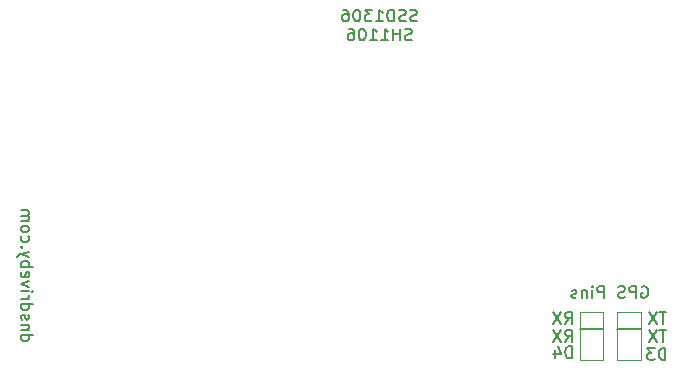
<source format=gbo>
G04 #@! TF.GenerationSoftware,KiCad,Pcbnew,6.0.2+dfsg-1*
G04 #@! TF.CreationDate,2023-06-09T10:53:51-07:00*
G04 #@! TF.ProjectId,DNS-DriveBy,444e532d-4472-4697-9665-42792e6b6963,rev?*
G04 #@! TF.SameCoordinates,Original*
G04 #@! TF.FileFunction,Legend,Bot*
G04 #@! TF.FilePolarity,Positive*
%FSLAX46Y46*%
G04 Gerber Fmt 4.6, Leading zero omitted, Abs format (unit mm)*
G04 Created by KiCad (PCBNEW 6.0.2+dfsg-1) date 2023-06-09 10:53:51*
%MOMM*%
%LPD*%
G01*
G04 APERTURE LIST*
%ADD10C,0.150000*%
%ADD11C,0.120000*%
G04 APERTURE END LIST*
D10*
X52650000Y-32600000D02*
X54650000Y-32600000D01*
X49500000Y-32600000D02*
X51500000Y-32600000D01*
X56738095Y-35252380D02*
X56738095Y-34252380D01*
X56500000Y-34252380D01*
X56357142Y-34300000D01*
X56261904Y-34395238D01*
X56214285Y-34490476D01*
X56166666Y-34680952D01*
X56166666Y-34823809D01*
X56214285Y-35014285D01*
X56261904Y-35109523D01*
X56357142Y-35204761D01*
X56500000Y-35252380D01*
X56738095Y-35252380D01*
X55833333Y-34252380D02*
X55214285Y-34252380D01*
X55547619Y-34633333D01*
X55404761Y-34633333D01*
X55309523Y-34680952D01*
X55261904Y-34728571D01*
X55214285Y-34823809D01*
X55214285Y-35061904D01*
X55261904Y-35157142D01*
X55309523Y-35204761D01*
X55404761Y-35252380D01*
X55690476Y-35252380D01*
X55785714Y-35204761D01*
X55833333Y-35157142D01*
X48266666Y-32202380D02*
X48600000Y-31726190D01*
X48838095Y-32202380D02*
X48838095Y-31202380D01*
X48457142Y-31202380D01*
X48361904Y-31250000D01*
X48314285Y-31297619D01*
X48266666Y-31392857D01*
X48266666Y-31535714D01*
X48314285Y-31630952D01*
X48361904Y-31678571D01*
X48457142Y-31726190D01*
X48838095Y-31726190D01*
X47933333Y-31202380D02*
X47266666Y-32202380D01*
X47266666Y-31202380D02*
X47933333Y-32202380D01*
X48838095Y-35102380D02*
X48838095Y-34102380D01*
X48600000Y-34102380D01*
X48457142Y-34150000D01*
X48361904Y-34245238D01*
X48314285Y-34340476D01*
X48266666Y-34530952D01*
X48266666Y-34673809D01*
X48314285Y-34864285D01*
X48361904Y-34959523D01*
X48457142Y-35054761D01*
X48600000Y-35102380D01*
X48838095Y-35102380D01*
X47409523Y-34435714D02*
X47409523Y-35102380D01*
X47647619Y-34054761D02*
X47885714Y-34769047D01*
X47266666Y-34769047D01*
X35716666Y-6549761D02*
X35573809Y-6597380D01*
X35335714Y-6597380D01*
X35240476Y-6549761D01*
X35192857Y-6502142D01*
X35145238Y-6406904D01*
X35145238Y-6311666D01*
X35192857Y-6216428D01*
X35240476Y-6168809D01*
X35335714Y-6121190D01*
X35526190Y-6073571D01*
X35621428Y-6025952D01*
X35669047Y-5978333D01*
X35716666Y-5883095D01*
X35716666Y-5787857D01*
X35669047Y-5692619D01*
X35621428Y-5645000D01*
X35526190Y-5597380D01*
X35288095Y-5597380D01*
X35145238Y-5645000D01*
X34764285Y-6549761D02*
X34621428Y-6597380D01*
X34383333Y-6597380D01*
X34288095Y-6549761D01*
X34240476Y-6502142D01*
X34192857Y-6406904D01*
X34192857Y-6311666D01*
X34240476Y-6216428D01*
X34288095Y-6168809D01*
X34383333Y-6121190D01*
X34573809Y-6073571D01*
X34669047Y-6025952D01*
X34716666Y-5978333D01*
X34764285Y-5883095D01*
X34764285Y-5787857D01*
X34716666Y-5692619D01*
X34669047Y-5645000D01*
X34573809Y-5597380D01*
X34335714Y-5597380D01*
X34192857Y-5645000D01*
X33764285Y-6597380D02*
X33764285Y-5597380D01*
X33526190Y-5597380D01*
X33383333Y-5645000D01*
X33288095Y-5740238D01*
X33240476Y-5835476D01*
X33192857Y-6025952D01*
X33192857Y-6168809D01*
X33240476Y-6359285D01*
X33288095Y-6454523D01*
X33383333Y-6549761D01*
X33526190Y-6597380D01*
X33764285Y-6597380D01*
X32240476Y-6597380D02*
X32811904Y-6597380D01*
X32526190Y-6597380D02*
X32526190Y-5597380D01*
X32621428Y-5740238D01*
X32716666Y-5835476D01*
X32811904Y-5883095D01*
X31907142Y-5597380D02*
X31288095Y-5597380D01*
X31621428Y-5978333D01*
X31478571Y-5978333D01*
X31383333Y-6025952D01*
X31335714Y-6073571D01*
X31288095Y-6168809D01*
X31288095Y-6406904D01*
X31335714Y-6502142D01*
X31383333Y-6549761D01*
X31478571Y-6597380D01*
X31764285Y-6597380D01*
X31859523Y-6549761D01*
X31907142Y-6502142D01*
X30669047Y-5597380D02*
X30573809Y-5597380D01*
X30478571Y-5645000D01*
X30430952Y-5692619D01*
X30383333Y-5787857D01*
X30335714Y-5978333D01*
X30335714Y-6216428D01*
X30383333Y-6406904D01*
X30430952Y-6502142D01*
X30478571Y-6549761D01*
X30573809Y-6597380D01*
X30669047Y-6597380D01*
X30764285Y-6549761D01*
X30811904Y-6502142D01*
X30859523Y-6406904D01*
X30907142Y-6216428D01*
X30907142Y-5978333D01*
X30859523Y-5787857D01*
X30811904Y-5692619D01*
X30764285Y-5645000D01*
X30669047Y-5597380D01*
X29478571Y-5597380D02*
X29669047Y-5597380D01*
X29764285Y-5645000D01*
X29811904Y-5692619D01*
X29907142Y-5835476D01*
X29954761Y-6025952D01*
X29954761Y-6406904D01*
X29907142Y-6502142D01*
X29859523Y-6549761D01*
X29764285Y-6597380D01*
X29573809Y-6597380D01*
X29478571Y-6549761D01*
X29430952Y-6502142D01*
X29383333Y-6406904D01*
X29383333Y-6168809D01*
X29430952Y-6073571D01*
X29478571Y-6025952D01*
X29573809Y-5978333D01*
X29764285Y-5978333D01*
X29859523Y-6025952D01*
X29907142Y-6073571D01*
X29954761Y-6168809D01*
X35264285Y-8159761D02*
X35121428Y-8207380D01*
X34883333Y-8207380D01*
X34788095Y-8159761D01*
X34740476Y-8112142D01*
X34692857Y-8016904D01*
X34692857Y-7921666D01*
X34740476Y-7826428D01*
X34788095Y-7778809D01*
X34883333Y-7731190D01*
X35073809Y-7683571D01*
X35169047Y-7635952D01*
X35216666Y-7588333D01*
X35264285Y-7493095D01*
X35264285Y-7397857D01*
X35216666Y-7302619D01*
X35169047Y-7255000D01*
X35073809Y-7207380D01*
X34835714Y-7207380D01*
X34692857Y-7255000D01*
X34264285Y-8207380D02*
X34264285Y-7207380D01*
X34264285Y-7683571D02*
X33692857Y-7683571D01*
X33692857Y-8207380D02*
X33692857Y-7207380D01*
X32692857Y-8207380D02*
X33264285Y-8207380D01*
X32978571Y-8207380D02*
X32978571Y-7207380D01*
X33073809Y-7350238D01*
X33169047Y-7445476D01*
X33264285Y-7493095D01*
X31740476Y-8207380D02*
X32311904Y-8207380D01*
X32026190Y-8207380D02*
X32026190Y-7207380D01*
X32121428Y-7350238D01*
X32216666Y-7445476D01*
X32311904Y-7493095D01*
X31121428Y-7207380D02*
X31026190Y-7207380D01*
X30930952Y-7255000D01*
X30883333Y-7302619D01*
X30835714Y-7397857D01*
X30788095Y-7588333D01*
X30788095Y-7826428D01*
X30835714Y-8016904D01*
X30883333Y-8112142D01*
X30930952Y-8159761D01*
X31026190Y-8207380D01*
X31121428Y-8207380D01*
X31216666Y-8159761D01*
X31264285Y-8112142D01*
X31311904Y-8016904D01*
X31359523Y-7826428D01*
X31359523Y-7588333D01*
X31311904Y-7397857D01*
X31264285Y-7302619D01*
X31216666Y-7255000D01*
X31121428Y-7207380D01*
X29930952Y-7207380D02*
X30121428Y-7207380D01*
X30216666Y-7255000D01*
X30264285Y-7302619D01*
X30359523Y-7445476D01*
X30407142Y-7635952D01*
X30407142Y-8016904D01*
X30359523Y-8112142D01*
X30311904Y-8159761D01*
X30216666Y-8207380D01*
X30026190Y-8207380D01*
X29930952Y-8159761D01*
X29883333Y-8112142D01*
X29835714Y-8016904D01*
X29835714Y-7778809D01*
X29883333Y-7683571D01*
X29930952Y-7635952D01*
X30026190Y-7588333D01*
X30216666Y-7588333D01*
X30311904Y-7635952D01*
X30359523Y-7683571D01*
X30407142Y-7778809D01*
X56811904Y-31202380D02*
X56240476Y-31202380D01*
X56526190Y-32202380D02*
X56526190Y-31202380D01*
X56002380Y-31202380D02*
X55335714Y-32202380D01*
X55335714Y-31202380D02*
X56002380Y-32202380D01*
X54740476Y-29050000D02*
X54835714Y-29002380D01*
X54978571Y-29002380D01*
X55121428Y-29050000D01*
X55216666Y-29145238D01*
X55264285Y-29240476D01*
X55311904Y-29430952D01*
X55311904Y-29573809D01*
X55264285Y-29764285D01*
X55216666Y-29859523D01*
X55121428Y-29954761D01*
X54978571Y-30002380D01*
X54883333Y-30002380D01*
X54740476Y-29954761D01*
X54692857Y-29907142D01*
X54692857Y-29573809D01*
X54883333Y-29573809D01*
X54264285Y-30002380D02*
X54264285Y-29002380D01*
X53883333Y-29002380D01*
X53788095Y-29050000D01*
X53740476Y-29097619D01*
X53692857Y-29192857D01*
X53692857Y-29335714D01*
X53740476Y-29430952D01*
X53788095Y-29478571D01*
X53883333Y-29526190D01*
X54264285Y-29526190D01*
X53311904Y-29954761D02*
X53169047Y-30002380D01*
X52930952Y-30002380D01*
X52835714Y-29954761D01*
X52788095Y-29907142D01*
X52740476Y-29811904D01*
X52740476Y-29716666D01*
X52788095Y-29621428D01*
X52835714Y-29573809D01*
X52930952Y-29526190D01*
X53121428Y-29478571D01*
X53216666Y-29430952D01*
X53264285Y-29383333D01*
X53311904Y-29288095D01*
X53311904Y-29192857D01*
X53264285Y-29097619D01*
X53216666Y-29050000D01*
X53121428Y-29002380D01*
X52883333Y-29002380D01*
X52740476Y-29050000D01*
X51550000Y-30002380D02*
X51550000Y-29002380D01*
X51169047Y-29002380D01*
X51073809Y-29050000D01*
X51026190Y-29097619D01*
X50978571Y-29192857D01*
X50978571Y-29335714D01*
X51026190Y-29430952D01*
X51073809Y-29478571D01*
X51169047Y-29526190D01*
X51550000Y-29526190D01*
X50549999Y-30002380D02*
X50549999Y-29335714D01*
X50549999Y-29002380D02*
X50597619Y-29050000D01*
X50549999Y-29097619D01*
X50502380Y-29050000D01*
X50549999Y-29002380D01*
X50549999Y-29097619D01*
X50073809Y-29335714D02*
X50073809Y-30002380D01*
X50073809Y-29430952D02*
X50026190Y-29383333D01*
X49930952Y-29335714D01*
X49788095Y-29335714D01*
X49692857Y-29383333D01*
X49645238Y-29478571D01*
X49645238Y-30002380D01*
X49216666Y-29954761D02*
X49121428Y-30002380D01*
X48930952Y-30002380D01*
X48835714Y-29954761D01*
X48788095Y-29859523D01*
X48788095Y-29811904D01*
X48835714Y-29716666D01*
X48930952Y-29669047D01*
X49073809Y-29669047D01*
X49169047Y-29621428D01*
X49216666Y-29526190D01*
X49216666Y-29478571D01*
X49169047Y-29383333D01*
X49073809Y-29335714D01*
X48930952Y-29335714D01*
X48835714Y-29383333D01*
X2197619Y-33171428D02*
X3197619Y-33171428D01*
X2245238Y-33171428D02*
X2197619Y-33266666D01*
X2197619Y-33457142D01*
X2245238Y-33552380D01*
X2292857Y-33600000D01*
X2388095Y-33647619D01*
X2673809Y-33647619D01*
X2769047Y-33600000D01*
X2816666Y-33552380D01*
X2864285Y-33457142D01*
X2864285Y-33266666D01*
X2816666Y-33171428D01*
X2864285Y-32695238D02*
X2197619Y-32695238D01*
X2769047Y-32695238D02*
X2816666Y-32647619D01*
X2864285Y-32552380D01*
X2864285Y-32409523D01*
X2816666Y-32314285D01*
X2721428Y-32266666D01*
X2197619Y-32266666D01*
X2245238Y-31838095D02*
X2197619Y-31742857D01*
X2197619Y-31552380D01*
X2245238Y-31457142D01*
X2340476Y-31409523D01*
X2388095Y-31409523D01*
X2483333Y-31457142D01*
X2530952Y-31552380D01*
X2530952Y-31695238D01*
X2578571Y-31790476D01*
X2673809Y-31838095D01*
X2721428Y-31838095D01*
X2816666Y-31790476D01*
X2864285Y-31695238D01*
X2864285Y-31552380D01*
X2816666Y-31457142D01*
X2197619Y-30552380D02*
X3197619Y-30552380D01*
X2245238Y-30552380D02*
X2197619Y-30647619D01*
X2197619Y-30838095D01*
X2245238Y-30933333D01*
X2292857Y-30980952D01*
X2388095Y-31028571D01*
X2673809Y-31028571D01*
X2769047Y-30980952D01*
X2816666Y-30933333D01*
X2864285Y-30838095D01*
X2864285Y-30647619D01*
X2816666Y-30552380D01*
X2197619Y-30076190D02*
X2864285Y-30076190D01*
X2673809Y-30076190D02*
X2769047Y-30028571D01*
X2816666Y-29980952D01*
X2864285Y-29885714D01*
X2864285Y-29790476D01*
X2197619Y-29457142D02*
X2864285Y-29457142D01*
X3197619Y-29457142D02*
X3150000Y-29504761D01*
X3102380Y-29457142D01*
X3150000Y-29409523D01*
X3197619Y-29457142D01*
X3102380Y-29457142D01*
X2864285Y-29076190D02*
X2197619Y-28838095D01*
X2864285Y-28600000D01*
X2245238Y-27838095D02*
X2197619Y-27933333D01*
X2197619Y-28123809D01*
X2245238Y-28219047D01*
X2340476Y-28266666D01*
X2721428Y-28266666D01*
X2816666Y-28219047D01*
X2864285Y-28123809D01*
X2864285Y-27933333D01*
X2816666Y-27838095D01*
X2721428Y-27790476D01*
X2626190Y-27790476D01*
X2530952Y-28266666D01*
X2197619Y-27361904D02*
X3197619Y-27361904D01*
X2816666Y-27361904D02*
X2864285Y-27266666D01*
X2864285Y-27076190D01*
X2816666Y-26980952D01*
X2769047Y-26933333D01*
X2673809Y-26885714D01*
X2388095Y-26885714D01*
X2292857Y-26933333D01*
X2245238Y-26980952D01*
X2197619Y-27076190D01*
X2197619Y-27266666D01*
X2245238Y-27361904D01*
X2864285Y-26552380D02*
X2197619Y-26314285D01*
X2864285Y-26076190D02*
X2197619Y-26314285D01*
X1959523Y-26409523D01*
X1911904Y-26457142D01*
X1864285Y-26552380D01*
X2292857Y-25695238D02*
X2245238Y-25647619D01*
X2197619Y-25695238D01*
X2245238Y-25742857D01*
X2292857Y-25695238D01*
X2197619Y-25695238D01*
X2245238Y-24790476D02*
X2197619Y-24885714D01*
X2197619Y-25076190D01*
X2245238Y-25171428D01*
X2292857Y-25219047D01*
X2388095Y-25266666D01*
X2673809Y-25266666D01*
X2769047Y-25219047D01*
X2816666Y-25171428D01*
X2864285Y-25076190D01*
X2864285Y-24885714D01*
X2816666Y-24790476D01*
X2197619Y-24219047D02*
X2245238Y-24314285D01*
X2292857Y-24361904D01*
X2388095Y-24409523D01*
X2673809Y-24409523D01*
X2769047Y-24361904D01*
X2816666Y-24314285D01*
X2864285Y-24219047D01*
X2864285Y-24076190D01*
X2816666Y-23980952D01*
X2769047Y-23933333D01*
X2673809Y-23885714D01*
X2388095Y-23885714D01*
X2292857Y-23933333D01*
X2245238Y-23980952D01*
X2197619Y-24076190D01*
X2197619Y-24219047D01*
X2197619Y-23457142D02*
X2864285Y-23457142D01*
X2769047Y-23457142D02*
X2816666Y-23409523D01*
X2864285Y-23314285D01*
X2864285Y-23171428D01*
X2816666Y-23076190D01*
X2721428Y-23028571D01*
X2197619Y-23028571D01*
X2721428Y-23028571D02*
X2816666Y-22980952D01*
X2864285Y-22885714D01*
X2864285Y-22742857D01*
X2816666Y-22647619D01*
X2721428Y-22600000D01*
X2197619Y-22600000D01*
X48266666Y-33702380D02*
X48600000Y-33226190D01*
X48838095Y-33702380D02*
X48838095Y-32702380D01*
X48457142Y-32702380D01*
X48361904Y-32750000D01*
X48314285Y-32797619D01*
X48266666Y-32892857D01*
X48266666Y-33035714D01*
X48314285Y-33130952D01*
X48361904Y-33178571D01*
X48457142Y-33226190D01*
X48838095Y-33226190D01*
X47933333Y-32702380D02*
X47266666Y-33702380D01*
X47266666Y-32702380D02*
X47933333Y-33702380D01*
X56811904Y-32702380D02*
X56240476Y-32702380D01*
X56526190Y-33702380D02*
X56526190Y-32702380D01*
X56002380Y-32702380D02*
X55335714Y-33702380D01*
X55335714Y-32702380D02*
X56002380Y-33702380D01*
D11*
X51507500Y-35300000D02*
X51507500Y-31200000D01*
X49507500Y-31200000D02*
X49507500Y-35300000D01*
X51507500Y-31200000D02*
X49507500Y-31200000D01*
X49507500Y-35300000D02*
X51507500Y-35300000D01*
X54657500Y-31200000D02*
X52657500Y-31200000D01*
X52657500Y-35300000D02*
X54657500Y-35300000D01*
X54657500Y-35300000D02*
X54657500Y-31200000D01*
X52657500Y-31200000D02*
X52657500Y-35300000D01*
M02*

</source>
